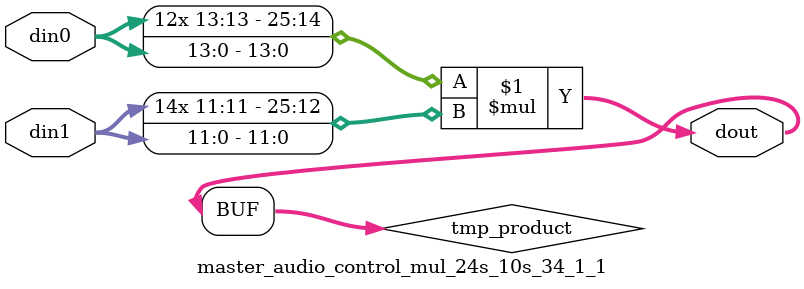
<source format=v>

`timescale 1 ns / 1 ps

 module master_audio_control_mul_24s_10s_34_1_1(din0, din1, dout);
parameter ID = 1;
parameter NUM_STAGE = 0;
parameter din0_WIDTH = 14;
parameter din1_WIDTH = 12;
parameter dout_WIDTH = 26;

input [din0_WIDTH - 1 : 0] din0; 
input [din1_WIDTH - 1 : 0] din1; 
output [dout_WIDTH - 1 : 0] dout;

wire signed [dout_WIDTH - 1 : 0] tmp_product;



























assign tmp_product = $signed(din0) * $signed(din1);








assign dout = tmp_product;





















endmodule

</source>
